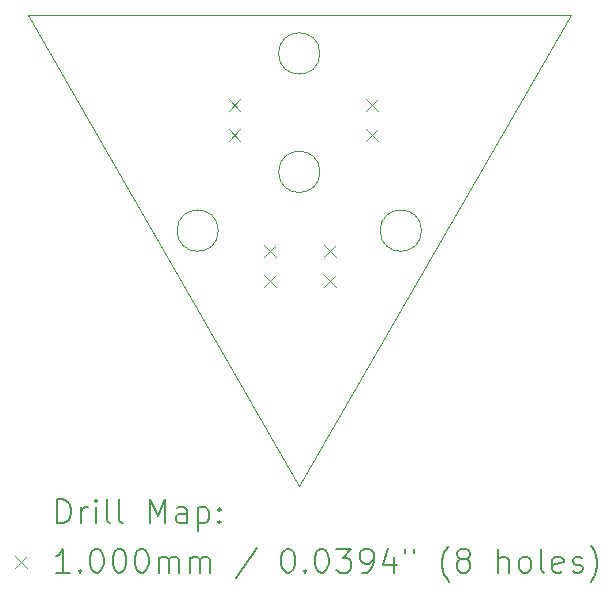
<source format=gbr>
%TF.GenerationSoftware,KiCad,Pcbnew,6.0.11-2627ca5db0~126~ubuntu22.04.1*%
%TF.CreationDate,2023-11-05T13:23:17+01:00*%
%TF.ProjectId,powerBase,706f7765-7242-4617-9365-2e6b69636164,rev?*%
%TF.SameCoordinates,Original*%
%TF.FileFunction,Drillmap*%
%TF.FilePolarity,Positive*%
%FSLAX45Y45*%
G04 Gerber Fmt 4.5, Leading zero omitted, Abs format (unit mm)*
G04 Created by KiCad (PCBNEW 6.0.11-2627ca5db0~126~ubuntu22.04.1) date 2023-11-05 13:23:17*
%MOMM*%
%LPD*%
G01*
G04 APERTURE LIST*
%ADD10C,0.100000*%
%ADD11C,0.200000*%
G04 APERTURE END LIST*
D10*
X12725000Y-6425000D02*
G75*
G03*
X12725000Y-6425000I-175000J0D01*
G01*
X13585000Y-7925000D02*
G75*
G03*
X13585000Y-7925000I-175000J0D01*
G01*
X12725000Y-7427500D02*
G75*
G03*
X12725000Y-7427500I-175000J0D01*
G01*
X14850000Y-6100000D02*
X10250000Y-6100000D01*
X12550000Y-10085000D02*
X10250000Y-6100000D01*
X11865000Y-7925000D02*
G75*
G03*
X11865000Y-7925000I-175000J0D01*
G01*
X14850000Y-6100000D02*
X12550000Y-10085000D01*
D11*
D10*
X11952500Y-6808500D02*
X12052500Y-6908500D01*
X12052500Y-6808500D02*
X11952500Y-6908500D01*
X11952500Y-7062500D02*
X12052500Y-7162500D01*
X12052500Y-7062500D02*
X11952500Y-7162500D01*
X12250000Y-8050000D02*
X12350000Y-8150000D01*
X12350000Y-8050000D02*
X12250000Y-8150000D01*
X12250000Y-8304000D02*
X12350000Y-8404000D01*
X12350000Y-8304000D02*
X12250000Y-8404000D01*
X12757500Y-8050000D02*
X12857500Y-8150000D01*
X12857500Y-8050000D02*
X12757500Y-8150000D01*
X12757500Y-8304000D02*
X12857500Y-8404000D01*
X12857500Y-8304000D02*
X12757500Y-8404000D01*
X13117000Y-6808500D02*
X13217000Y-6908500D01*
X13217000Y-6808500D02*
X13117000Y-6908500D01*
X13117000Y-7062500D02*
X13217000Y-7162500D01*
X13217000Y-7062500D02*
X13117000Y-7162500D01*
D11*
X10502619Y-10400476D02*
X10502619Y-10200476D01*
X10550238Y-10200476D01*
X10578810Y-10210000D01*
X10597857Y-10229048D01*
X10607381Y-10248095D01*
X10616905Y-10286190D01*
X10616905Y-10314762D01*
X10607381Y-10352857D01*
X10597857Y-10371905D01*
X10578810Y-10390952D01*
X10550238Y-10400476D01*
X10502619Y-10400476D01*
X10702619Y-10400476D02*
X10702619Y-10267143D01*
X10702619Y-10305238D02*
X10712143Y-10286190D01*
X10721667Y-10276667D01*
X10740714Y-10267143D01*
X10759762Y-10267143D01*
X10826429Y-10400476D02*
X10826429Y-10267143D01*
X10826429Y-10200476D02*
X10816905Y-10210000D01*
X10826429Y-10219524D01*
X10835952Y-10210000D01*
X10826429Y-10200476D01*
X10826429Y-10219524D01*
X10950238Y-10400476D02*
X10931190Y-10390952D01*
X10921667Y-10371905D01*
X10921667Y-10200476D01*
X11055000Y-10400476D02*
X11035952Y-10390952D01*
X11026429Y-10371905D01*
X11026429Y-10200476D01*
X11283571Y-10400476D02*
X11283571Y-10200476D01*
X11350238Y-10343333D01*
X11416905Y-10200476D01*
X11416905Y-10400476D01*
X11597857Y-10400476D02*
X11597857Y-10295714D01*
X11588333Y-10276667D01*
X11569286Y-10267143D01*
X11531190Y-10267143D01*
X11512143Y-10276667D01*
X11597857Y-10390952D02*
X11578809Y-10400476D01*
X11531190Y-10400476D01*
X11512143Y-10390952D01*
X11502619Y-10371905D01*
X11502619Y-10352857D01*
X11512143Y-10333810D01*
X11531190Y-10324286D01*
X11578809Y-10324286D01*
X11597857Y-10314762D01*
X11693095Y-10267143D02*
X11693095Y-10467143D01*
X11693095Y-10276667D02*
X11712143Y-10267143D01*
X11750238Y-10267143D01*
X11769286Y-10276667D01*
X11778809Y-10286190D01*
X11788333Y-10305238D01*
X11788333Y-10362381D01*
X11778809Y-10381429D01*
X11769286Y-10390952D01*
X11750238Y-10400476D01*
X11712143Y-10400476D01*
X11693095Y-10390952D01*
X11874048Y-10381429D02*
X11883571Y-10390952D01*
X11874048Y-10400476D01*
X11864524Y-10390952D01*
X11874048Y-10381429D01*
X11874048Y-10400476D01*
X11874048Y-10276667D02*
X11883571Y-10286190D01*
X11874048Y-10295714D01*
X11864524Y-10286190D01*
X11874048Y-10276667D01*
X11874048Y-10295714D01*
D10*
X10145000Y-10680000D02*
X10245000Y-10780000D01*
X10245000Y-10680000D02*
X10145000Y-10780000D01*
D11*
X10607381Y-10820476D02*
X10493095Y-10820476D01*
X10550238Y-10820476D02*
X10550238Y-10620476D01*
X10531190Y-10649048D01*
X10512143Y-10668095D01*
X10493095Y-10677619D01*
X10693095Y-10801429D02*
X10702619Y-10810952D01*
X10693095Y-10820476D01*
X10683571Y-10810952D01*
X10693095Y-10801429D01*
X10693095Y-10820476D01*
X10826429Y-10620476D02*
X10845476Y-10620476D01*
X10864524Y-10630000D01*
X10874048Y-10639524D01*
X10883571Y-10658571D01*
X10893095Y-10696667D01*
X10893095Y-10744286D01*
X10883571Y-10782381D01*
X10874048Y-10801429D01*
X10864524Y-10810952D01*
X10845476Y-10820476D01*
X10826429Y-10820476D01*
X10807381Y-10810952D01*
X10797857Y-10801429D01*
X10788333Y-10782381D01*
X10778810Y-10744286D01*
X10778810Y-10696667D01*
X10788333Y-10658571D01*
X10797857Y-10639524D01*
X10807381Y-10630000D01*
X10826429Y-10620476D01*
X11016905Y-10620476D02*
X11035952Y-10620476D01*
X11055000Y-10630000D01*
X11064524Y-10639524D01*
X11074048Y-10658571D01*
X11083571Y-10696667D01*
X11083571Y-10744286D01*
X11074048Y-10782381D01*
X11064524Y-10801429D01*
X11055000Y-10810952D01*
X11035952Y-10820476D01*
X11016905Y-10820476D01*
X10997857Y-10810952D01*
X10988333Y-10801429D01*
X10978810Y-10782381D01*
X10969286Y-10744286D01*
X10969286Y-10696667D01*
X10978810Y-10658571D01*
X10988333Y-10639524D01*
X10997857Y-10630000D01*
X11016905Y-10620476D01*
X11207381Y-10620476D02*
X11226428Y-10620476D01*
X11245476Y-10630000D01*
X11255000Y-10639524D01*
X11264524Y-10658571D01*
X11274048Y-10696667D01*
X11274048Y-10744286D01*
X11264524Y-10782381D01*
X11255000Y-10801429D01*
X11245476Y-10810952D01*
X11226428Y-10820476D01*
X11207381Y-10820476D01*
X11188333Y-10810952D01*
X11178810Y-10801429D01*
X11169286Y-10782381D01*
X11159762Y-10744286D01*
X11159762Y-10696667D01*
X11169286Y-10658571D01*
X11178810Y-10639524D01*
X11188333Y-10630000D01*
X11207381Y-10620476D01*
X11359762Y-10820476D02*
X11359762Y-10687143D01*
X11359762Y-10706190D02*
X11369286Y-10696667D01*
X11388333Y-10687143D01*
X11416905Y-10687143D01*
X11435952Y-10696667D01*
X11445476Y-10715714D01*
X11445476Y-10820476D01*
X11445476Y-10715714D02*
X11455000Y-10696667D01*
X11474048Y-10687143D01*
X11502619Y-10687143D01*
X11521667Y-10696667D01*
X11531190Y-10715714D01*
X11531190Y-10820476D01*
X11626428Y-10820476D02*
X11626428Y-10687143D01*
X11626428Y-10706190D02*
X11635952Y-10696667D01*
X11655000Y-10687143D01*
X11683571Y-10687143D01*
X11702619Y-10696667D01*
X11712143Y-10715714D01*
X11712143Y-10820476D01*
X11712143Y-10715714D02*
X11721667Y-10696667D01*
X11740714Y-10687143D01*
X11769286Y-10687143D01*
X11788333Y-10696667D01*
X11797857Y-10715714D01*
X11797857Y-10820476D01*
X12188333Y-10610952D02*
X12016905Y-10868095D01*
X12445476Y-10620476D02*
X12464524Y-10620476D01*
X12483571Y-10630000D01*
X12493095Y-10639524D01*
X12502619Y-10658571D01*
X12512143Y-10696667D01*
X12512143Y-10744286D01*
X12502619Y-10782381D01*
X12493095Y-10801429D01*
X12483571Y-10810952D01*
X12464524Y-10820476D01*
X12445476Y-10820476D01*
X12426428Y-10810952D01*
X12416905Y-10801429D01*
X12407381Y-10782381D01*
X12397857Y-10744286D01*
X12397857Y-10696667D01*
X12407381Y-10658571D01*
X12416905Y-10639524D01*
X12426428Y-10630000D01*
X12445476Y-10620476D01*
X12597857Y-10801429D02*
X12607381Y-10810952D01*
X12597857Y-10820476D01*
X12588333Y-10810952D01*
X12597857Y-10801429D01*
X12597857Y-10820476D01*
X12731190Y-10620476D02*
X12750238Y-10620476D01*
X12769286Y-10630000D01*
X12778809Y-10639524D01*
X12788333Y-10658571D01*
X12797857Y-10696667D01*
X12797857Y-10744286D01*
X12788333Y-10782381D01*
X12778809Y-10801429D01*
X12769286Y-10810952D01*
X12750238Y-10820476D01*
X12731190Y-10820476D01*
X12712143Y-10810952D01*
X12702619Y-10801429D01*
X12693095Y-10782381D01*
X12683571Y-10744286D01*
X12683571Y-10696667D01*
X12693095Y-10658571D01*
X12702619Y-10639524D01*
X12712143Y-10630000D01*
X12731190Y-10620476D01*
X12864524Y-10620476D02*
X12988333Y-10620476D01*
X12921667Y-10696667D01*
X12950238Y-10696667D01*
X12969286Y-10706190D01*
X12978809Y-10715714D01*
X12988333Y-10734762D01*
X12988333Y-10782381D01*
X12978809Y-10801429D01*
X12969286Y-10810952D01*
X12950238Y-10820476D01*
X12893095Y-10820476D01*
X12874048Y-10810952D01*
X12864524Y-10801429D01*
X13083571Y-10820476D02*
X13121667Y-10820476D01*
X13140714Y-10810952D01*
X13150238Y-10801429D01*
X13169286Y-10772857D01*
X13178809Y-10734762D01*
X13178809Y-10658571D01*
X13169286Y-10639524D01*
X13159762Y-10630000D01*
X13140714Y-10620476D01*
X13102619Y-10620476D01*
X13083571Y-10630000D01*
X13074048Y-10639524D01*
X13064524Y-10658571D01*
X13064524Y-10706190D01*
X13074048Y-10725238D01*
X13083571Y-10734762D01*
X13102619Y-10744286D01*
X13140714Y-10744286D01*
X13159762Y-10734762D01*
X13169286Y-10725238D01*
X13178809Y-10706190D01*
X13350238Y-10687143D02*
X13350238Y-10820476D01*
X13302619Y-10610952D02*
X13255000Y-10753810D01*
X13378809Y-10753810D01*
X13445476Y-10620476D02*
X13445476Y-10658571D01*
X13521667Y-10620476D02*
X13521667Y-10658571D01*
X13816905Y-10896667D02*
X13807381Y-10887143D01*
X13788333Y-10858571D01*
X13778809Y-10839524D01*
X13769286Y-10810952D01*
X13759762Y-10763333D01*
X13759762Y-10725238D01*
X13769286Y-10677619D01*
X13778809Y-10649048D01*
X13788333Y-10630000D01*
X13807381Y-10601429D01*
X13816905Y-10591905D01*
X13921667Y-10706190D02*
X13902619Y-10696667D01*
X13893095Y-10687143D01*
X13883571Y-10668095D01*
X13883571Y-10658571D01*
X13893095Y-10639524D01*
X13902619Y-10630000D01*
X13921667Y-10620476D01*
X13959762Y-10620476D01*
X13978809Y-10630000D01*
X13988333Y-10639524D01*
X13997857Y-10658571D01*
X13997857Y-10668095D01*
X13988333Y-10687143D01*
X13978809Y-10696667D01*
X13959762Y-10706190D01*
X13921667Y-10706190D01*
X13902619Y-10715714D01*
X13893095Y-10725238D01*
X13883571Y-10744286D01*
X13883571Y-10782381D01*
X13893095Y-10801429D01*
X13902619Y-10810952D01*
X13921667Y-10820476D01*
X13959762Y-10820476D01*
X13978809Y-10810952D01*
X13988333Y-10801429D01*
X13997857Y-10782381D01*
X13997857Y-10744286D01*
X13988333Y-10725238D01*
X13978809Y-10715714D01*
X13959762Y-10706190D01*
X14235952Y-10820476D02*
X14235952Y-10620476D01*
X14321667Y-10820476D02*
X14321667Y-10715714D01*
X14312143Y-10696667D01*
X14293095Y-10687143D01*
X14264524Y-10687143D01*
X14245476Y-10696667D01*
X14235952Y-10706190D01*
X14445476Y-10820476D02*
X14426428Y-10810952D01*
X14416905Y-10801429D01*
X14407381Y-10782381D01*
X14407381Y-10725238D01*
X14416905Y-10706190D01*
X14426428Y-10696667D01*
X14445476Y-10687143D01*
X14474048Y-10687143D01*
X14493095Y-10696667D01*
X14502619Y-10706190D01*
X14512143Y-10725238D01*
X14512143Y-10782381D01*
X14502619Y-10801429D01*
X14493095Y-10810952D01*
X14474048Y-10820476D01*
X14445476Y-10820476D01*
X14626428Y-10820476D02*
X14607381Y-10810952D01*
X14597857Y-10791905D01*
X14597857Y-10620476D01*
X14778809Y-10810952D02*
X14759762Y-10820476D01*
X14721667Y-10820476D01*
X14702619Y-10810952D01*
X14693095Y-10791905D01*
X14693095Y-10715714D01*
X14702619Y-10696667D01*
X14721667Y-10687143D01*
X14759762Y-10687143D01*
X14778809Y-10696667D01*
X14788333Y-10715714D01*
X14788333Y-10734762D01*
X14693095Y-10753810D01*
X14864524Y-10810952D02*
X14883571Y-10820476D01*
X14921667Y-10820476D01*
X14940714Y-10810952D01*
X14950238Y-10791905D01*
X14950238Y-10782381D01*
X14940714Y-10763333D01*
X14921667Y-10753810D01*
X14893095Y-10753810D01*
X14874048Y-10744286D01*
X14864524Y-10725238D01*
X14864524Y-10715714D01*
X14874048Y-10696667D01*
X14893095Y-10687143D01*
X14921667Y-10687143D01*
X14940714Y-10696667D01*
X15016905Y-10896667D02*
X15026428Y-10887143D01*
X15045476Y-10858571D01*
X15055000Y-10839524D01*
X15064524Y-10810952D01*
X15074048Y-10763333D01*
X15074048Y-10725238D01*
X15064524Y-10677619D01*
X15055000Y-10649048D01*
X15045476Y-10630000D01*
X15026428Y-10601429D01*
X15016905Y-10591905D01*
M02*

</source>
